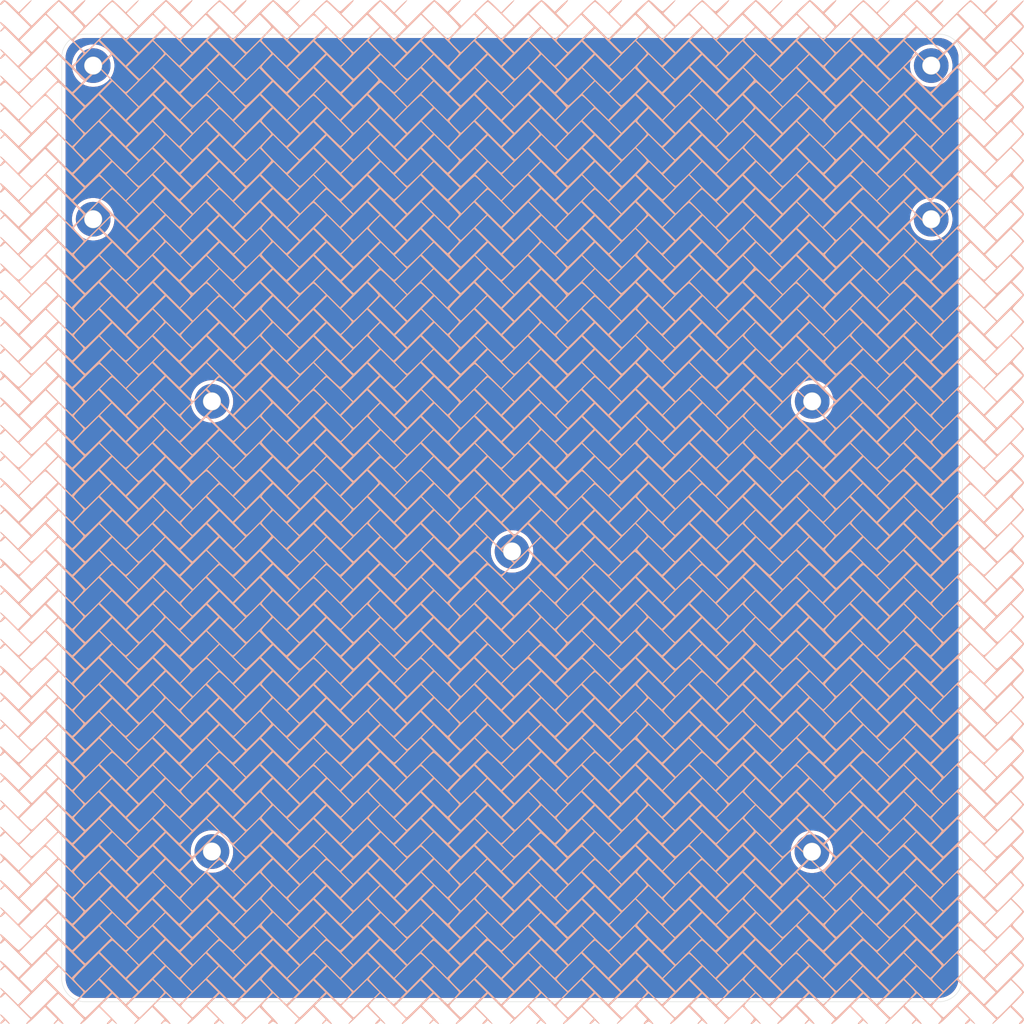
<source format=kicad_pcb>
(kicad_pcb (version 20241229) (generator "pcbnew") (generator_version "9.0")
  (layers (0 "F.Cu" signal) (2 "B.Cu" signal) (13 "F.Paste" user) (15 "B.Paste" user) (5 "F.SilkS" user "F.Silkscreen") (7 "B.SilkS" user "B.Silkscreen") (1 "F.Mask" user) (3 "B.Mask" user) (25 "Edge.Cuts" user))
  (net 0 "")
  (footprint "MountingHole:MountingHole_2.2mm_M2_Pad" (layer "F.Cu") (at 85.725 142.875)
    (property "Reference" "H6" (hide yes))
    (property "Value" "M2" (hide yes))
    (pad "1" thru_hole circle (at 0 0) (size 4.4 4.4) (drill 2.2) (layers "*.Cu" "*.Mask"))
  )
  (footprint "MountingHole:MountingHole_2.2mm_M2_Pad" (layer "F.Cu") (at 70.65 43.1)
    (property "Reference" "H1" (hide yes))
    (property "Value" "M2" (hide yes))
    (pad "1" thru_hole circle (at 0 0) (size 4.4 4.4) (drill 2.2) (layers "*.Cu" "*.Mask"))
  )
  (footprint "MountingHole:MountingHole_2.2mm_M2_Pad" (layer "F.Cu") (at 161.9 142.9)
    (property "Reference" "H7" (hide yes))
    (property "Value" "M2" (hide yes))
    (pad "1" thru_hole circle (at 0 0) (size 4.4 4.4) (drill 2.2) (layers "*.Cu" "*.Mask"))
  )
  (footprint "MountingHole:MountingHole_2.2mm_M2_Pad" (layer "F.Cu") (at 70.65 62.6)
    (property "Reference" "H2" (hide yes))
    (property "Value" "M2" (hide yes))
    (pad "1" thru_hole circle (at 0 0) (size 4.4 4.4) (drill 2.2) (layers "*.Cu" "*.Mask"))
  )
  (footprint "MountingHole:MountingHole_2.2mm_M2_Pad" (layer "F.Cu") (at 177.04 43.1)
    (property "Reference" "H3" (hide yes))
    (property "Value" "M2" (hide yes))
    (pad "1" thru_hole circle (at 0 0) (size 4.4 4.4) (drill 2.2) (layers "*.Cu" "*.Mask"))
  )
  (footprint "MountingHole:MountingHole_2.2mm_M2_Pad" (layer "F.Cu") (at 161.925 85.725)
    (property "Reference" "H8" (hide yes))
    (property "Value" "M2" (hide yes))
    (pad "1" thru_hole circle (at 0 0) (size 4.4 4.4) (drill 2.2) (layers "*.Cu" "*.Mask"))
  )
  (footprint "MountingHole:MountingHole_2.2mm_M2_Pad" (layer "F.Cu") (at 123.825 104.775)
    (property "Reference" "H5" (hide yes))
    (property "Value" "M2" (hide yes))
    (pad "1" thru_hole circle (at 0 0) (size 4.4 4.4) (drill 2.2) (layers "*.Cu" "*.Mask"))
  )
  (footprint "MountingHole:MountingHole_2.2mm_M2_Pad" (layer "F.Cu") (at 177.04 62.6)
    (property "Reference" "H4" (hide yes))
    (property "Value" "M2" (hide yes))
    (pad "1" thru_hole circle (at 0 0) (size 4.4 4.4) (drill 2.2) (layers "*.Cu" "*.Mask"))
  )
  (footprint "MountingHole:MountingHole_2.2mm_M2_Pad" (layer "F.Cu") (at 85.725 85.725)
    (property "Reference" "H9" (hide yes))
    (property "Value" "M2")
    (pad "1" thru_hole circle (at 0 0) (size 4.4 4.4) (drill 2.2) (layers "*.Cu" "*.Mask"))
  )
  (footprint "herringbone:herringbone_pattern" (layer "B.Cu") (at 123.825 99.775 180)
    (property "Reference" "G***" (hide yes))
    (property "Value" "LOGO" (hide yes))
  )
  (gr_circle (center 161.9 142.9) (end 163 142.9) (stroke (width 0.1)) (fill no) (layer "Edge.Cuts"))
  (gr_line (start 178 161.95) (end 69.65 161.95) (stroke (width 0.05)) (layer "Edge.Cuts"))
  (gr_circle (center 85.725 85.725) (end 86.825 85.725) (stroke (width 0.1)) (fill no) (layer "Edge.Cuts"))
  (gr_circle (center 161.925 85.725) (end 163.025 85.725) (stroke (width 0.1)) (fill no) (layer "Edge.Cuts"))
  (gr_arc (start 178 39.1) (mid 180.12132 39.97868) (end 181 42.1) (stroke (width 0.05)) (layer "Edge.Cuts"))
  (gr_line (start 66.65 158.95) (end 66.65 42.1) (stroke (width 0.05)) (layer "Edge.Cuts"))
  (gr_arc (start 66.65 42.1) (mid 67.52868 39.97868) (end 69.65 39.1) (stroke (width 0.05)) (layer "Edge.Cuts"))
  (gr_circle (center 177.04 62.6) (end 178.14 62.6) (stroke (width 0.1)) (fill no) (layer "Edge.Cuts"))
  (gr_circle (center 70.65 62.6) (end 71.75 62.6) (stroke (width 0.1)) (fill no) (layer "Edge.Cuts"))
  (gr_arc (start 181 158.95) (mid 180.12132 161.07132) (end 178 161.95) (stroke (width 0.05)) (layer "Edge.Cuts"))
  (gr_circle (center 177.04 43.1) (end 178.14 43.1) (stroke (width 0.1)) (fill no) (layer "Edge.Cuts"))
  (gr_circle (center 70.65 43.1) (end 71.75 43.1) (stroke (width 0.1)) (fill no) (layer "Edge.Cuts"))
  (gr_arc (start 69.65 161.95) (mid 67.52868 161.07132) (end 66.65 158.95) (stroke (width 0.05)) (layer "Edge.Cuts"))
  (gr_line (start 175.5 39.1) (end 178 39.1) (stroke (width 0.05)) (layer "Edge.Cuts"))
  (gr_line (start 71.1 39.1) (end 69.65 39.1) (stroke (width 0.05)) (layer "Edge.Cuts"))
  (gr_circle (center 123.825 104.775) (end 124.925 104.775) (stroke (width 0.1)) (fill no) (layer "Edge.Cuts"))
  (gr_circle (center 85.725193 142.871444) (end 86.825193 142.871444) (stroke (width 0.1)) (fill no) (layer "Edge.Cuts"))
  (gr_line (start 71.1 39.1) (end 175.5 39.1) (stroke (width 0.05)) (layer "Edge.Cuts"))
  (gr_line (start 181 42.1) (end 181 158.95) (stroke (width 0.05)) (layer "Edge.Cuts"))
  (zone (net 0) (net_name "") (layers "F.Cu" "B.Cu") (connect_pads (clearance 0.5)) (min_thickness 0.25) (fill yes (thermal_gap 0.5) (thermal_bridge_width 0.5) (island_removal_mode 1) (island_area_min 10))
    (polygon (pts (xy 181.64 162.07) (xy 181.49 35.59) (xy 181.42 35.52) (xy 65.39 35.52) (xy 65.68 162.99) (xy 181.05 162.64)))
  )
)
</source>
